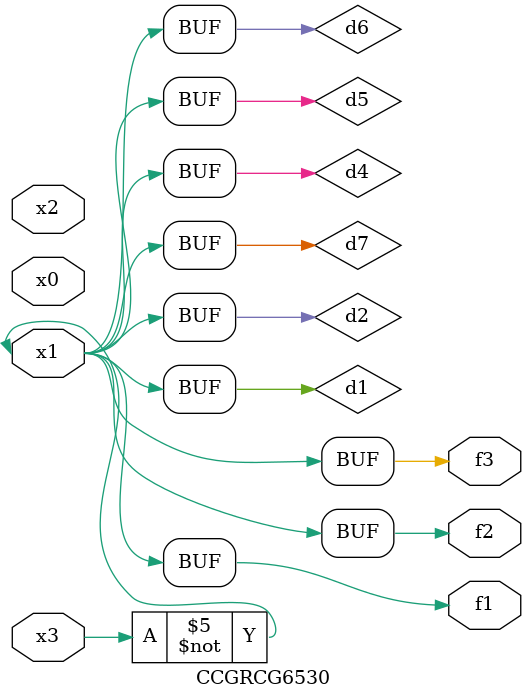
<source format=v>
module CCGRCG6530(
	input x0, x1, x2, x3,
	output f1, f2, f3
);

	wire d1, d2, d3, d4, d5, d6, d7;

	not (d1, x3);
	buf (d2, x1);
	xnor (d3, d1, d2);
	nor (d4, d1);
	buf (d5, d1, d2);
	buf (d6, d4, d5);
	nand (d7, d4);
	assign f1 = d6;
	assign f2 = d7;
	assign f3 = d6;
endmodule

</source>
